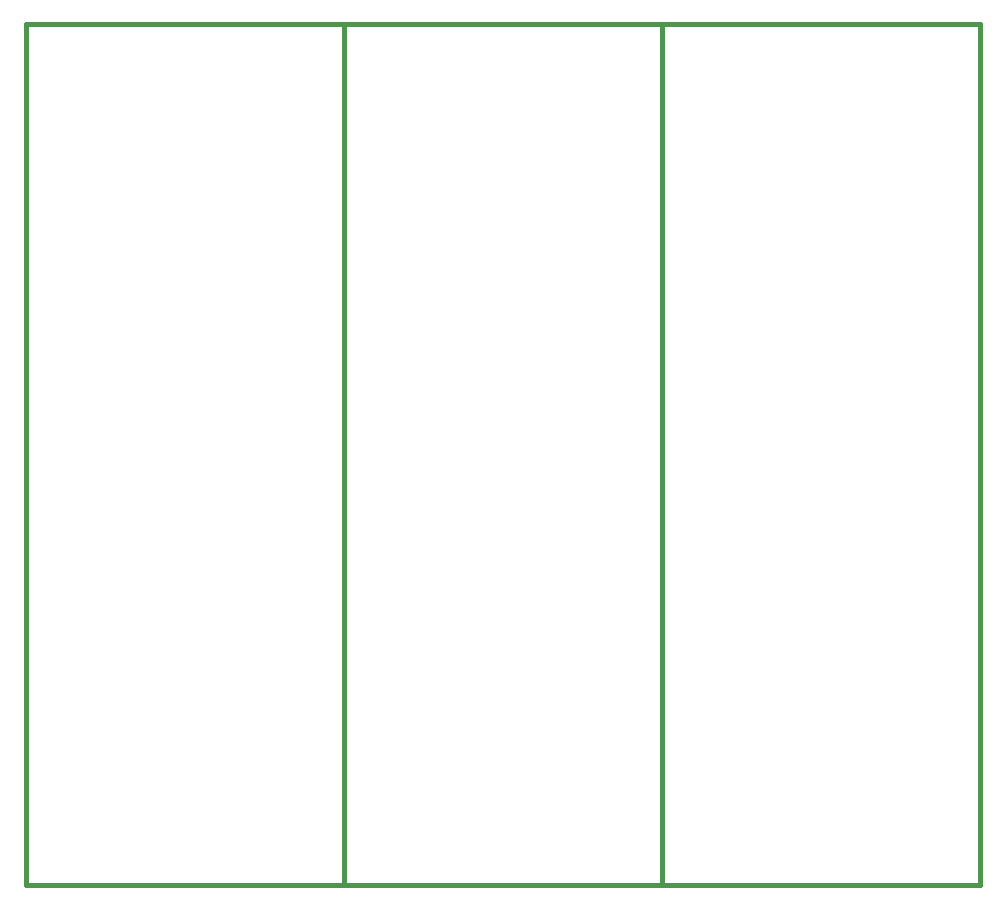
<source format=gbr>
%TF.GenerationSoftware,KiCad,Pcbnew,5.0.0-rc2-dev-unknown-d09445c~65~ubuntu16.04.1*%
%TF.CreationDate,2018-05-20T19:04:23+02:00*%
%TF.ProjectId,F-6888multi,462D363838386D756C74692E6B696361,rev?*%
%TF.SameCoordinates,Original*%
%TF.FileFunction,Profile,NP*%
%FSLAX46Y46*%
G04 Gerber Fmt 4.6, Leading zero omitted, Abs format (unit mm)*
G04 Created by KiCad (PCBNEW 5.0.0-rc2-dev-unknown-d09445c~65~ubuntu16.04.1) date Sun May 20 19:04:23 2018*
%MOMM*%
%LPD*%
G01*
G04 APERTURE LIST*
%ADD10C,0.400000*%
G04 APERTURE END LIST*
D10*
X173024800Y-126339600D02*
X173024800Y-123799600D01*
X173024800Y-123799600D02*
X173024800Y-53441600D01*
X146100800Y-126339600D02*
X173024800Y-126339600D01*
X146100800Y-123799600D02*
X146100800Y-126339600D01*
X146100800Y-53441600D02*
X146100800Y-123799600D01*
X146100800Y-53441600D02*
X173024800Y-53441600D01*
X146100800Y-126339600D02*
X146100800Y-123799600D01*
X146100800Y-123799600D02*
X146100800Y-53441600D01*
X119176800Y-126339600D02*
X146100800Y-126339600D01*
X119176800Y-123799600D02*
X119176800Y-126339600D01*
X119176800Y-53441600D02*
X119176800Y-123799600D01*
X119176800Y-53441600D02*
X146100800Y-53441600D01*
X119176800Y-126339600D02*
X119176800Y-123799600D01*
X92252800Y-126339600D02*
X119176800Y-126339600D01*
X92252800Y-123799600D02*
X92252800Y-126339600D01*
X119176800Y-123799600D02*
X119176800Y-53441600D01*
X92252800Y-53441600D02*
X92252800Y-123799600D01*
X92252800Y-53441600D02*
X119176800Y-53441600D01*
M02*

</source>
